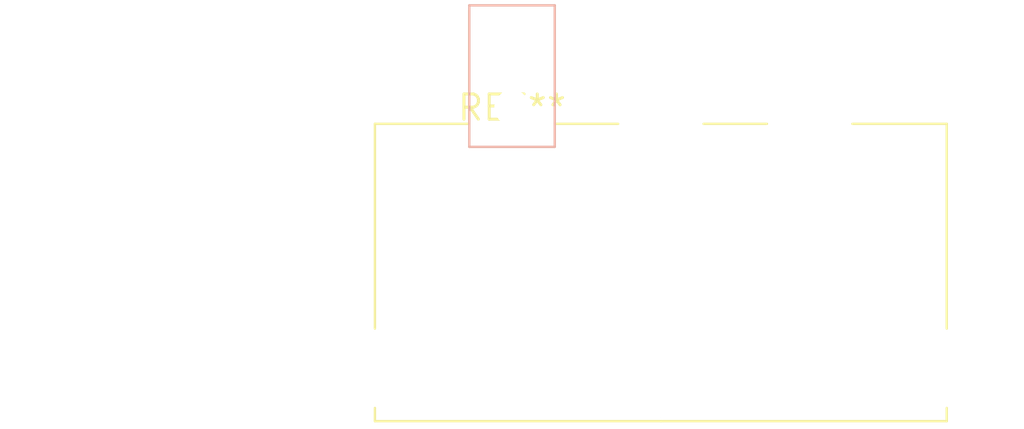
<source format=kicad_pcb>
(kicad_pcb (version 20240108) (generator pcbnew)
  (layers (0 "F.Cu" signal) (31 "B.Cu" signal) (34 "B.Paste" user) (35 "F.Paste" user) (36 "B.SilkS" user "B.Silkscreen") (37 "F.SilkS" user "F.Silkscreen") (38 "B.Mask" user) (39 "F.Mask" user) (44 "Edge.Cuts" user))
  (net 0 "")
  (footprint "Molex_Sabre_43160-1103_1x03_P7.49mm_Horizontal" (layer "F.Cu") (at 0 0)
    (property "Reference" "REF**")
    (property "Value" "Molex_Sabre_43160-1103_1x03_P7.49mm_Horizontal")
    (fp_line (start -2.15 -5.155) (end -2.15 1.975) (layer "B.SilkS") (stroke (width 0.12)))
    (fp_line (start -2.15 1.975) (end 2.15 1.975) (layer "B.SilkS") (stroke (width 0.12)))
    (fp_line (start 2.15 -5.155) (end -2.15 -5.155) (layer "B.SilkS") (stroke (width 0.12)))
    (fp_line (start 2.15 1.975) (end 2.15 -5.155) (layer "B.SilkS") (stroke (width 0.12)))
    (fp_line (start -6.9 0.815) (end -6.9 11.13) (layer "F.SilkS") (stroke (width 0.12)))
    (fp_line (start -6.9 15.13) (end -6.9 15.795) (layer "F.SilkS") (stroke (width 0.12)))
    (fp_line (start -6.9 15.795) (end 7.49 15.795) (layer "F.SilkS") (stroke (width 0.12)))
    (fp_line (start -2.15 0.815) (end -6.9 0.815) (layer "F.SilkS") (stroke (width 0.12)))
    (fp_line (start -2.15 0.815) (end -2.15 -4.895) (layer "F.SilkS") (stroke (width 0.12)))
    (fp_line (start 2.15 0.815) (end 5.34 0.815) (layer "F.SilkS") (stroke (width 0.12)))
    (fp_line (start 9.64 0.815) (end 12.83 0.815) (layer "F.SilkS") (stroke (width 0.12)))
    (fp_line (start 17.13 0.815) (end 21.88 0.815) (layer "F.SilkS") (stroke (width 0.12)))
    (fp_line (start 21.88 0.815) (end 21.88 11.13) (layer "F.SilkS") (stroke (width 0.12)))
    (fp_line (start 21.88 15.13) (end 21.88 15.795) (layer "F.SilkS") (stroke (width 0.12)))
    (fp_line (start 21.88 15.795) (end 7.49 15.795) (layer "F.SilkS") (stroke (width 0.12)))
    (pad "" thru_hole circle (at -4.75 13.13) (size 4 4) (drill 3) (layers *.Cu *.Mask) (remove_unused_layers))
    (pad "" thru_hole circle (at 19.73 13.13) (size 4 4) (drill 3) (layers *.Cu *.Mask) (remove_unused_layers))
    (pad "1" thru_hole rect (at 0 -3.18) (size 3.78 3.43) (drill 1.78) (layers *.Cu *.Mask) (remove_unused_layers))
    (pad "1" thru_hole rect (at 0 0) (size 3.78 3.43) (drill 1.78) (layers *.Cu *.Mask) (remove_unused_layers))
    (pad "2" thru_hole rect (at 7.49 -3.18) (size 3.78 3.43) (drill 1.78) (layers *.Cu *.Mask) (remove_unused_layers))
    (pad "2" thru_hole rect (at 7.49 0) (size 3.78 3.43) (drill 1.78) (layers *.Cu *.Mask) (remove_unused_layers))
    (pad "3" thru_hole rect (at 14.98 -3.18) (size 3.78 3.43) (drill 1.78) (layers *.Cu *.Mask) (remove_unused_layers))
    (pad "3" thru_hole rect (at 14.98 0) (size 3.78 3.43) (drill 1.78) (layers *.Cu *.Mask) (remove_unused_layers))
  )
)
</source>
